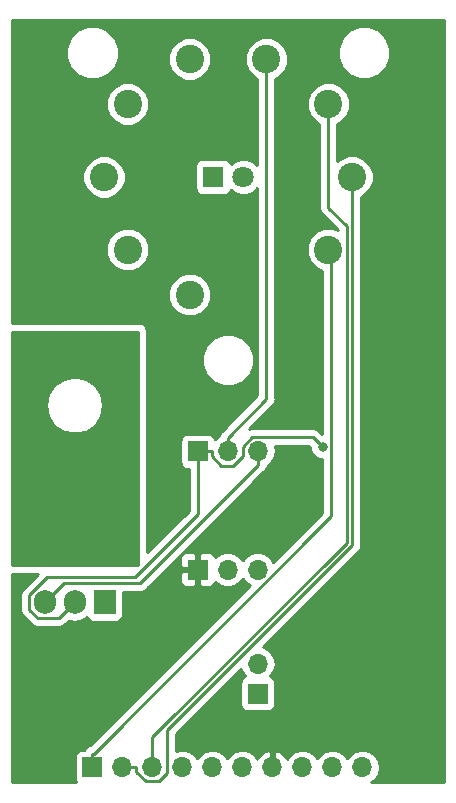
<source format=gbl>
G04 #@! TF.GenerationSoftware,KiCad,Pcbnew,(5.0.2)-1*
G04 #@! TF.CreationDate,2019-04-03T17:46:42+02:00*
G04 #@! TF.ProjectId,Corona_tubeBoard,436f726f-6e61-45f7-9475-6265426f6172,1*
G04 #@! TF.SameCoordinates,Original*
G04 #@! TF.FileFunction,Copper,L2,Bot*
G04 #@! TF.FilePolarity,Positive*
%FSLAX46Y46*%
G04 Gerber Fmt 4.6, Leading zero omitted, Abs format (unit mm)*
G04 Created by KiCad (PCBNEW (5.0.2)-1) date 3-4-2019 17:46:42*
%MOMM*%
%LPD*%
G01*
G04 APERTURE LIST*
G04 #@! TA.AperFunction,ComponentPad*
%ADD10O,1.905000X2.000000*%
G04 #@! TD*
G04 #@! TA.AperFunction,ComponentPad*
%ADD11R,1.905000X2.000000*%
G04 #@! TD*
G04 #@! TA.AperFunction,ComponentPad*
%ADD12C,2.397760*%
G04 #@! TD*
G04 #@! TA.AperFunction,ComponentPad*
%ADD13R,1.700000X1.700000*%
G04 #@! TD*
G04 #@! TA.AperFunction,ComponentPad*
%ADD14O,1.700000X1.700000*%
G04 #@! TD*
G04 #@! TA.AperFunction,ComponentPad*
%ADD15C,1.800000*%
G04 #@! TD*
G04 #@! TA.AperFunction,ComponentPad*
%ADD16R,1.800000X1.800000*%
G04 #@! TD*
G04 #@! TA.AperFunction,ViaPad*
%ADD17C,0.800000*%
G04 #@! TD*
G04 #@! TA.AperFunction,Conductor*
%ADD18C,0.250000*%
G04 #@! TD*
G04 #@! TA.AperFunction,Conductor*
%ADD19C,0.254000*%
G04 #@! TD*
G04 APERTURE END LIST*
D10*
G04 #@! TO.P,U4,3*
G04 #@! TO.N,/-6.3V.tb*
X3460000Y-50000000D03*
G04 #@! TO.P,U4,2*
G04 #@! TO.N,/-12V.tb*
X6000000Y-50000000D03*
D11*
G04 #@! TO.P,U4,1*
G04 #@! TO.N,Net-(RFBB1-Pad2)*
X8540000Y-50000000D03*
G04 #@! TD*
D12*
G04 #@! TO.P,SX1,1*
G04 #@! TO.N,/tube.1.tb*
X27493760Y-20169660D03*
G04 #@! TO.P,SX1,2*
G04 #@! TO.N,/tube.2.tb*
X29497820Y-14000000D03*
G04 #@! TO.P,SX1,3*
G04 #@! TO.N,/tube.3.tb*
X27493760Y-7830340D03*
G04 #@! TO.P,SX1,4*
G04 #@! TO.N,/tube.4.tb*
X22243580Y-4015260D03*
G04 #@! TO.P,SX1,5*
G04 #@! TO.N,Net-(J8-Pad2)*
X15756420Y-4015260D03*
G04 #@! TO.P,SX1,6*
G04 #@! TO.N,/tube.6.tb*
X10506240Y-7830340D03*
G04 #@! TO.P,SX1,7*
G04 #@! TO.N,/tube.7.tb*
X8502180Y-14000000D03*
G04 #@! TO.P,SX1,8*
G04 #@! TO.N,/tube.8.tb*
X10506240Y-20169660D03*
G04 #@! TO.P,SX1,9*
G04 #@! TO.N,N/C*
X15756420Y-23984740D03*
G04 #@! TD*
D13*
G04 #@! TO.P,J5,1*
G04 #@! TO.N,/tube.4.tb*
X21500000Y-57750000D03*
D14*
G04 #@! TO.P,J5,2*
G04 #@! TO.N,Net-(J5-Pad2)*
X21500000Y-55210000D03*
G04 #@! TD*
D15*
G04 #@! TO.P,D_TUBE1,2*
G04 #@! TO.N,Net-(D_TUBE1-Pad2)*
X20290000Y-14000000D03*
D16*
G04 #@! TO.P,D_TUBE1,1*
G04 #@! TO.N,Net-(D_TUBE1-Pad1)*
X17750000Y-14000000D03*
G04 #@! TD*
D13*
G04 #@! TO.P,J6,1*
G04 #@! TO.N,/-12V.tb*
X16420000Y-37250000D03*
D14*
G04 #@! TO.P,J6,2*
G04 #@! TO.N,/tube.4.tb*
X18960000Y-37250000D03*
G04 #@! TO.P,J6,3*
G04 #@! TO.N,/-6.3V.tb*
X21500000Y-37250000D03*
G04 #@! TD*
D13*
G04 #@! TO.P,J8,1*
G04 #@! TO.N,/gnd.tb*
X16420000Y-47250000D03*
D14*
G04 #@! TO.P,J8,2*
G04 #@! TO.N,Net-(J8-Pad2)*
X18960000Y-47250000D03*
G04 #@! TO.P,J8,3*
G04 #@! TO.N,Net-(J5-Pad2)*
X21500000Y-47250000D03*
G04 #@! TD*
D13*
G04 #@! TO.P,J10,1*
G04 #@! TO.N,/tube.1.tb*
X7500000Y-64000000D03*
D14*
G04 #@! TO.P,J10,2*
G04 #@! TO.N,/tube.2.tb*
X10040000Y-64000000D03*
G04 #@! TO.P,J10,3*
G04 #@! TO.N,/tube.3.tb*
X12580000Y-64000000D03*
G04 #@! TO.P,J10,4*
G04 #@! TO.N,/tube.6.tb*
X15120000Y-64000000D03*
G04 #@! TO.P,J10,5*
G04 #@! TO.N,/tube.7.tb*
X17660000Y-64000000D03*
G04 #@! TO.P,J10,6*
G04 #@! TO.N,/tube.8.tb*
X20200000Y-64000000D03*
G04 #@! TO.P,J10,7*
G04 #@! TO.N,/gnd.tb*
X22740000Y-64000000D03*
G04 #@! TO.P,J10,8*
G04 #@! TO.N,/-12V.tb*
X25280000Y-64000000D03*
G04 #@! TO.P,J10,9*
G04 #@! TO.N,/+12V.tb*
X27820000Y-64000000D03*
G04 #@! TO.P,J10,10*
G04 #@! TO.N,/audio.out.tb*
X30360000Y-64000000D03*
G04 #@! TD*
D17*
G04 #@! TO.N,/-12V.tb*
X27004400Y-36893500D03*
X6000000Y-45500000D03*
G04 #@! TO.N,/gnd.tb*
X34500000Y-34750000D03*
X30750000Y-36750000D03*
X10500000Y-57250000D03*
X36750000Y-1250000D03*
G04 #@! TD*
D18*
G04 #@! TO.N,/tube.4.tb*
X18960000Y-37250000D02*
X18960000Y-36074700D01*
X18960000Y-36074700D02*
X22243600Y-32791100D01*
X22243600Y-32791100D02*
X22243600Y-4015300D01*
G04 #@! TO.N,/-12V.tb*
X16420000Y-38425300D02*
X16420000Y-42578400D01*
X16420000Y-42578400D02*
X11093100Y-47905300D01*
X11093100Y-47905300D02*
X3679500Y-47905300D01*
X3679500Y-47905300D02*
X2180200Y-49404600D01*
X2180200Y-49404600D02*
X2180200Y-50638400D01*
X2180200Y-50638400D02*
X2884000Y-51342200D01*
X2884000Y-51342200D02*
X4657800Y-51342200D01*
X4657800Y-51342200D02*
X6000000Y-50000000D01*
X16420000Y-37250000D02*
X16420000Y-38425300D01*
X16420000Y-37250000D02*
X17595300Y-37250000D01*
X17595300Y-37250000D02*
X17595300Y-37617300D01*
X17595300Y-37617300D02*
X18438300Y-38460300D01*
X18438300Y-38460300D02*
X19423300Y-38460300D01*
X19423300Y-38460300D02*
X20230000Y-37653600D01*
X20230000Y-37653600D02*
X20230000Y-36829300D01*
X20230000Y-36829300D02*
X20995600Y-36063700D01*
X20995600Y-36063700D02*
X26174600Y-36063700D01*
X26174600Y-36063700D02*
X27004400Y-36893500D01*
G04 #@! TO.N,/-6.3V.tb*
X3460000Y-50000000D02*
X5104400Y-48355600D01*
X5104400Y-48355600D02*
X11569700Y-48355600D01*
X11569700Y-48355600D02*
X21500000Y-38425300D01*
X21500000Y-37250000D02*
X21500000Y-38425300D01*
G04 #@! TO.N,/tube.1.tb*
X7500000Y-62824700D02*
X7646900Y-62824700D01*
X7646900Y-62824700D02*
X27729700Y-42741900D01*
X27729700Y-42741900D02*
X27729700Y-20405600D01*
X27729700Y-20405600D02*
X27493800Y-20169700D01*
X7500000Y-64000000D02*
X7500000Y-62824700D01*
G04 #@! TO.N,/tube.2.tb*
X10040000Y-64000000D02*
X11215300Y-64000000D01*
X29497800Y-14000000D02*
X29497800Y-45167600D01*
X29497800Y-45167600D02*
X13850000Y-60815400D01*
X13850000Y-60815400D02*
X13850000Y-64463700D01*
X13850000Y-64463700D02*
X13138400Y-65175300D01*
X13138400Y-65175300D02*
X12023200Y-65175300D01*
X12023200Y-65175300D02*
X11215300Y-64367400D01*
X11215300Y-64367400D02*
X11215300Y-64000000D01*
G04 #@! TO.N,/tube.3.tb*
X12580000Y-64000000D02*
X12580000Y-61448500D01*
X12580000Y-61448500D02*
X29047400Y-44981100D01*
X29047400Y-44981100D02*
X29047400Y-18158700D01*
X29047400Y-18158700D02*
X27493800Y-16605100D01*
X27493800Y-16605100D02*
X27493800Y-7830300D01*
G04 #@! TD*
D19*
G04 #@! TO.N,/gnd.tb*
G36*
X25969400Y-36933302D02*
X25969400Y-37099374D01*
X26126969Y-37479780D01*
X26418120Y-37770931D01*
X26798526Y-37928500D01*
X26969700Y-37928500D01*
X26969700Y-42427098D01*
X22829696Y-46567102D01*
X22570625Y-46179375D01*
X22079418Y-45851161D01*
X21646256Y-45765000D01*
X21353744Y-45765000D01*
X20920582Y-45851161D01*
X20429375Y-46179375D01*
X20230000Y-46477761D01*
X20030625Y-46179375D01*
X19539418Y-45851161D01*
X19106256Y-45765000D01*
X18813744Y-45765000D01*
X18380582Y-45851161D01*
X17889375Y-46179375D01*
X17874904Y-46201033D01*
X17808327Y-46040302D01*
X17629699Y-45861673D01*
X17396310Y-45765000D01*
X16705750Y-45765000D01*
X16547000Y-45923750D01*
X16547000Y-47123000D01*
X16567000Y-47123000D01*
X16567000Y-47377000D01*
X16547000Y-47377000D01*
X16547000Y-48576250D01*
X16705750Y-48735000D01*
X17396310Y-48735000D01*
X17629699Y-48638327D01*
X17808327Y-48459698D01*
X17874904Y-48298967D01*
X17889375Y-48320625D01*
X18380582Y-48648839D01*
X18813744Y-48735000D01*
X19106256Y-48735000D01*
X19539418Y-48648839D01*
X20030625Y-48320625D01*
X20230000Y-48022239D01*
X20429375Y-48320625D01*
X20817102Y-48579696D01*
X7308995Y-62087804D01*
X7203463Y-62108796D01*
X6952071Y-62276771D01*
X6801203Y-62502560D01*
X6650000Y-62502560D01*
X6402235Y-62551843D01*
X6192191Y-62692191D01*
X6051843Y-62902235D01*
X6002560Y-63150000D01*
X6002560Y-64850000D01*
X6051843Y-65097765D01*
X6163587Y-65265000D01*
X735000Y-65265000D01*
X735000Y-47635000D01*
X2874997Y-47635000D01*
X1695730Y-48814269D01*
X1632271Y-48856671D01*
X1464296Y-49108064D01*
X1420200Y-49329749D01*
X1420200Y-49329753D01*
X1405312Y-49404600D01*
X1420200Y-49479447D01*
X1420201Y-50563549D01*
X1405312Y-50638400D01*
X1420201Y-50713252D01*
X1464297Y-50934937D01*
X1632272Y-51186329D01*
X1695728Y-51228729D01*
X2293671Y-51826673D01*
X2336071Y-51890129D01*
X2587463Y-52058104D01*
X2809148Y-52102200D01*
X2809152Y-52102200D01*
X2884000Y-52117088D01*
X2958848Y-52102200D01*
X4582953Y-52102200D01*
X4657800Y-52117088D01*
X4732647Y-52102200D01*
X4732652Y-52102200D01*
X4954337Y-52058104D01*
X5205729Y-51890129D01*
X5248131Y-51826670D01*
X5506805Y-51567997D01*
X6000000Y-51666100D01*
X6619410Y-51542891D01*
X7011491Y-51280912D01*
X7129691Y-51457809D01*
X7339735Y-51598157D01*
X7587500Y-51647440D01*
X9492500Y-51647440D01*
X9740265Y-51598157D01*
X9950309Y-51457809D01*
X10090657Y-51247765D01*
X10139940Y-51000000D01*
X10139940Y-49115600D01*
X11494853Y-49115600D01*
X11569700Y-49130488D01*
X11644547Y-49115600D01*
X11644552Y-49115600D01*
X11866237Y-49071504D01*
X12117629Y-48903529D01*
X12160031Y-48840070D01*
X13464351Y-47535750D01*
X14935000Y-47535750D01*
X14935000Y-48226309D01*
X15031673Y-48459698D01*
X15210301Y-48638327D01*
X15443690Y-48735000D01*
X16134250Y-48735000D01*
X16293000Y-48576250D01*
X16293000Y-47377000D01*
X15093750Y-47377000D01*
X14935000Y-47535750D01*
X13464351Y-47535750D01*
X14726410Y-46273691D01*
X14935000Y-46273691D01*
X14935000Y-46964250D01*
X15093750Y-47123000D01*
X16293000Y-47123000D01*
X16293000Y-45923750D01*
X16134250Y-45765000D01*
X15443690Y-45765000D01*
X15210301Y-45861673D01*
X15031673Y-46040302D01*
X14935000Y-46273691D01*
X14726410Y-46273691D01*
X21984473Y-39015629D01*
X22047929Y-38973229D01*
X22215904Y-38721837D01*
X22253571Y-38532474D01*
X22570625Y-38320625D01*
X22898839Y-37829418D01*
X23014092Y-37250000D01*
X22929296Y-36823700D01*
X25859798Y-36823700D01*
X25969400Y-36933302D01*
X25969400Y-36933302D01*
G37*
X25969400Y-36933302D02*
X25969400Y-37099374D01*
X26126969Y-37479780D01*
X26418120Y-37770931D01*
X26798526Y-37928500D01*
X26969700Y-37928500D01*
X26969700Y-42427098D01*
X22829696Y-46567102D01*
X22570625Y-46179375D01*
X22079418Y-45851161D01*
X21646256Y-45765000D01*
X21353744Y-45765000D01*
X20920582Y-45851161D01*
X20429375Y-46179375D01*
X20230000Y-46477761D01*
X20030625Y-46179375D01*
X19539418Y-45851161D01*
X19106256Y-45765000D01*
X18813744Y-45765000D01*
X18380582Y-45851161D01*
X17889375Y-46179375D01*
X17874904Y-46201033D01*
X17808327Y-46040302D01*
X17629699Y-45861673D01*
X17396310Y-45765000D01*
X16705750Y-45765000D01*
X16547000Y-45923750D01*
X16547000Y-47123000D01*
X16567000Y-47123000D01*
X16567000Y-47377000D01*
X16547000Y-47377000D01*
X16547000Y-48576250D01*
X16705750Y-48735000D01*
X17396310Y-48735000D01*
X17629699Y-48638327D01*
X17808327Y-48459698D01*
X17874904Y-48298967D01*
X17889375Y-48320625D01*
X18380582Y-48648839D01*
X18813744Y-48735000D01*
X19106256Y-48735000D01*
X19539418Y-48648839D01*
X20030625Y-48320625D01*
X20230000Y-48022239D01*
X20429375Y-48320625D01*
X20817102Y-48579696D01*
X7308995Y-62087804D01*
X7203463Y-62108796D01*
X6952071Y-62276771D01*
X6801203Y-62502560D01*
X6650000Y-62502560D01*
X6402235Y-62551843D01*
X6192191Y-62692191D01*
X6051843Y-62902235D01*
X6002560Y-63150000D01*
X6002560Y-64850000D01*
X6051843Y-65097765D01*
X6163587Y-65265000D01*
X735000Y-65265000D01*
X735000Y-47635000D01*
X2874997Y-47635000D01*
X1695730Y-48814269D01*
X1632271Y-48856671D01*
X1464296Y-49108064D01*
X1420200Y-49329749D01*
X1420200Y-49329753D01*
X1405312Y-49404600D01*
X1420200Y-49479447D01*
X1420201Y-50563549D01*
X1405312Y-50638400D01*
X1420201Y-50713252D01*
X1464297Y-50934937D01*
X1632272Y-51186329D01*
X1695728Y-51228729D01*
X2293671Y-51826673D01*
X2336071Y-51890129D01*
X2587463Y-52058104D01*
X2809148Y-52102200D01*
X2809152Y-52102200D01*
X2884000Y-52117088D01*
X2958848Y-52102200D01*
X4582953Y-52102200D01*
X4657800Y-52117088D01*
X4732647Y-52102200D01*
X4732652Y-52102200D01*
X4954337Y-52058104D01*
X5205729Y-51890129D01*
X5248131Y-51826670D01*
X5506805Y-51567997D01*
X6000000Y-51666100D01*
X6619410Y-51542891D01*
X7011491Y-51280912D01*
X7129691Y-51457809D01*
X7339735Y-51598157D01*
X7587500Y-51647440D01*
X9492500Y-51647440D01*
X9740265Y-51598157D01*
X9950309Y-51457809D01*
X10090657Y-51247765D01*
X10139940Y-51000000D01*
X10139940Y-49115600D01*
X11494853Y-49115600D01*
X11569700Y-49130488D01*
X11644547Y-49115600D01*
X11644552Y-49115600D01*
X11866237Y-49071504D01*
X12117629Y-48903529D01*
X12160031Y-48840070D01*
X13464351Y-47535750D01*
X14935000Y-47535750D01*
X14935000Y-48226309D01*
X15031673Y-48459698D01*
X15210301Y-48638327D01*
X15443690Y-48735000D01*
X16134250Y-48735000D01*
X16293000Y-48576250D01*
X16293000Y-47377000D01*
X15093750Y-47377000D01*
X14935000Y-47535750D01*
X13464351Y-47535750D01*
X14726410Y-46273691D01*
X14935000Y-46273691D01*
X14935000Y-46964250D01*
X15093750Y-47123000D01*
X16293000Y-47123000D01*
X16293000Y-45923750D01*
X16134250Y-45765000D01*
X15443690Y-45765000D01*
X15210301Y-45861673D01*
X15031673Y-46040302D01*
X14935000Y-46273691D01*
X14726410Y-46273691D01*
X21984473Y-39015629D01*
X22047929Y-38973229D01*
X22215904Y-38721837D01*
X22253571Y-38532474D01*
X22570625Y-38320625D01*
X22898839Y-37829418D01*
X23014092Y-37250000D01*
X22929296Y-36823700D01*
X25859798Y-36823700D01*
X25969400Y-36933302D01*
G36*
X37265001Y-65265000D02*
X31139722Y-65265000D01*
X31430625Y-65070625D01*
X31758839Y-64579418D01*
X31874092Y-64000000D01*
X31758839Y-63420582D01*
X31430625Y-62929375D01*
X30939418Y-62601161D01*
X30506256Y-62515000D01*
X30213744Y-62515000D01*
X29780582Y-62601161D01*
X29289375Y-62929375D01*
X29090000Y-63227761D01*
X28890625Y-62929375D01*
X28399418Y-62601161D01*
X27966256Y-62515000D01*
X27673744Y-62515000D01*
X27240582Y-62601161D01*
X26749375Y-62929375D01*
X26550000Y-63227761D01*
X26350625Y-62929375D01*
X25859418Y-62601161D01*
X25426256Y-62515000D01*
X25133744Y-62515000D01*
X24700582Y-62601161D01*
X24209375Y-62929375D01*
X23996157Y-63248478D01*
X23935183Y-63118642D01*
X23506924Y-62728355D01*
X23096890Y-62558524D01*
X22867000Y-62679845D01*
X22867000Y-63873000D01*
X22887000Y-63873000D01*
X22887000Y-64127000D01*
X22867000Y-64127000D01*
X22867000Y-64147000D01*
X22613000Y-64147000D01*
X22613000Y-64127000D01*
X22593000Y-64127000D01*
X22593000Y-63873000D01*
X22613000Y-63873000D01*
X22613000Y-62679845D01*
X22383110Y-62558524D01*
X21973076Y-62728355D01*
X21544817Y-63118642D01*
X21483843Y-63248478D01*
X21270625Y-62929375D01*
X20779418Y-62601161D01*
X20346256Y-62515000D01*
X20053744Y-62515000D01*
X19620582Y-62601161D01*
X19129375Y-62929375D01*
X18930000Y-63227761D01*
X18730625Y-62929375D01*
X18239418Y-62601161D01*
X17806256Y-62515000D01*
X17513744Y-62515000D01*
X17080582Y-62601161D01*
X16589375Y-62929375D01*
X16390000Y-63227761D01*
X16190625Y-62929375D01*
X15699418Y-62601161D01*
X15266256Y-62515000D01*
X14973744Y-62515000D01*
X14610000Y-62587353D01*
X14610000Y-61130201D01*
X20076212Y-55663990D01*
X20101161Y-55789418D01*
X20429375Y-56280625D01*
X20447619Y-56292816D01*
X20402235Y-56301843D01*
X20192191Y-56442191D01*
X20051843Y-56652235D01*
X20002560Y-56900000D01*
X20002560Y-58600000D01*
X20051843Y-58847765D01*
X20192191Y-59057809D01*
X20402235Y-59198157D01*
X20650000Y-59247440D01*
X22350000Y-59247440D01*
X22597765Y-59198157D01*
X22807809Y-59057809D01*
X22948157Y-58847765D01*
X22997440Y-58600000D01*
X22997440Y-56900000D01*
X22948157Y-56652235D01*
X22807809Y-56442191D01*
X22597765Y-56301843D01*
X22552381Y-56292816D01*
X22570625Y-56280625D01*
X22898839Y-55789418D01*
X23014092Y-55210000D01*
X22898839Y-54630582D01*
X22570625Y-54139375D01*
X22079418Y-53811161D01*
X21953990Y-53786212D01*
X29982273Y-45757929D01*
X30045729Y-45715529D01*
X30213704Y-45464137D01*
X30257800Y-45242452D01*
X30257800Y-45242447D01*
X30272688Y-45167600D01*
X30257800Y-45092753D01*
X30257800Y-15670184D01*
X30536630Y-15554689D01*
X31052509Y-15038810D01*
X31331700Y-14364781D01*
X31331700Y-13635219D01*
X31052509Y-12961190D01*
X30536630Y-12445311D01*
X29862601Y-12166120D01*
X29133039Y-12166120D01*
X28459010Y-12445311D01*
X28253800Y-12650521D01*
X28253800Y-9500499D01*
X28532570Y-9385029D01*
X29048449Y-8869150D01*
X29327640Y-8195121D01*
X29327640Y-7465559D01*
X29048449Y-6791530D01*
X28532570Y-6275651D01*
X27858541Y-5996460D01*
X27128979Y-5996460D01*
X26454950Y-6275651D01*
X25939071Y-6791530D01*
X25659880Y-7465559D01*
X25659880Y-8195121D01*
X25939071Y-8869150D01*
X26454950Y-9385029D01*
X26733801Y-9500532D01*
X26733800Y-16530253D01*
X26718912Y-16605100D01*
X26733800Y-16679947D01*
X26733800Y-16679951D01*
X26777896Y-16901636D01*
X26945871Y-17153029D01*
X27009330Y-17195431D01*
X28287401Y-18473503D01*
X28287401Y-18513419D01*
X27858541Y-18335780D01*
X27128979Y-18335780D01*
X26454950Y-18614971D01*
X25939071Y-19130850D01*
X25659880Y-19804879D01*
X25659880Y-20534441D01*
X25939071Y-21208470D01*
X26454950Y-21724349D01*
X26969701Y-21937565D01*
X26969700Y-35783999D01*
X26764931Y-35579229D01*
X26722529Y-35515771D01*
X26471137Y-35347796D01*
X26249452Y-35303700D01*
X26249447Y-35303700D01*
X26174600Y-35288812D01*
X26099753Y-35303700D01*
X21070447Y-35303700D01*
X20995600Y-35288812D01*
X20920753Y-35303700D01*
X20920748Y-35303700D01*
X20777260Y-35332242D01*
X22728073Y-33381429D01*
X22791529Y-33339029D01*
X22834524Y-33274682D01*
X22959504Y-33087638D01*
X22969080Y-33039495D01*
X23003600Y-32865952D01*
X23003600Y-32865948D01*
X23018488Y-32791100D01*
X23003600Y-32716252D01*
X23003600Y-5685427D01*
X23282390Y-5569949D01*
X23798269Y-5054070D01*
X24077460Y-4380041D01*
X24077460Y-3650479D01*
X23830984Y-3055431D01*
X28265000Y-3055431D01*
X28265000Y-3944569D01*
X28605259Y-4766026D01*
X29233974Y-5394741D01*
X30055431Y-5735000D01*
X30944569Y-5735000D01*
X31766026Y-5394741D01*
X32394741Y-4766026D01*
X32735000Y-3944569D01*
X32735000Y-3055431D01*
X32394741Y-2233974D01*
X31766026Y-1605259D01*
X30944569Y-1265000D01*
X30055431Y-1265000D01*
X29233974Y-1605259D01*
X28605259Y-2233974D01*
X28265000Y-3055431D01*
X23830984Y-3055431D01*
X23798269Y-2976450D01*
X23282390Y-2460571D01*
X22608361Y-2181380D01*
X21878799Y-2181380D01*
X21204770Y-2460571D01*
X20688891Y-2976450D01*
X20409700Y-3650479D01*
X20409700Y-4380041D01*
X20688891Y-5054070D01*
X21204770Y-5569949D01*
X21483601Y-5685444D01*
X21483601Y-13022784D01*
X21159507Y-12698690D01*
X20595330Y-12465000D01*
X19984670Y-12465000D01*
X19420493Y-12698690D01*
X19251275Y-12867908D01*
X19248157Y-12852235D01*
X19107809Y-12642191D01*
X18897765Y-12501843D01*
X18650000Y-12452560D01*
X16850000Y-12452560D01*
X16602235Y-12501843D01*
X16392191Y-12642191D01*
X16251843Y-12852235D01*
X16202560Y-13100000D01*
X16202560Y-14900000D01*
X16251843Y-15147765D01*
X16392191Y-15357809D01*
X16602235Y-15498157D01*
X16850000Y-15547440D01*
X18650000Y-15547440D01*
X18897765Y-15498157D01*
X19107809Y-15357809D01*
X19248157Y-15147765D01*
X19251275Y-15132092D01*
X19420493Y-15301310D01*
X19984670Y-15535000D01*
X20595330Y-15535000D01*
X21159507Y-15301310D01*
X21483601Y-14977216D01*
X21483600Y-32476298D01*
X18475528Y-35484371D01*
X18412072Y-35526771D01*
X18369672Y-35590227D01*
X18369671Y-35590228D01*
X18244097Y-35778163D01*
X18206430Y-35967525D01*
X17889375Y-36179375D01*
X17877184Y-36197619D01*
X17868157Y-36152235D01*
X17727809Y-35942191D01*
X17517765Y-35801843D01*
X17270000Y-35752560D01*
X15570000Y-35752560D01*
X15322235Y-35801843D01*
X15112191Y-35942191D01*
X14971843Y-36152235D01*
X14922560Y-36400000D01*
X14922560Y-38100000D01*
X14971843Y-38347765D01*
X15112191Y-38557809D01*
X15322235Y-38698157D01*
X15570000Y-38747440D01*
X15660000Y-38747440D01*
X15660001Y-42263597D01*
X12135000Y-45788599D01*
X12135000Y-29055431D01*
X16765000Y-29055431D01*
X16765000Y-29944569D01*
X17105259Y-30766026D01*
X17733974Y-31394741D01*
X18555431Y-31735000D01*
X19444569Y-31735000D01*
X20266026Y-31394741D01*
X20894741Y-30766026D01*
X21235000Y-29944569D01*
X21235000Y-29055431D01*
X20894741Y-28233974D01*
X20266026Y-27605259D01*
X19444569Y-27265000D01*
X18555431Y-27265000D01*
X17733974Y-27605259D01*
X17105259Y-28233974D01*
X16765000Y-29055431D01*
X12135000Y-29055431D01*
X12135000Y-27000000D01*
X12086664Y-26756996D01*
X11949013Y-26550987D01*
X11743004Y-26413336D01*
X11500000Y-26365000D01*
X735000Y-26365000D01*
X735000Y-23619959D01*
X13922540Y-23619959D01*
X13922540Y-24349521D01*
X14201731Y-25023550D01*
X14717610Y-25539429D01*
X15391639Y-25818620D01*
X16121201Y-25818620D01*
X16795230Y-25539429D01*
X17311109Y-25023550D01*
X17590300Y-24349521D01*
X17590300Y-23619959D01*
X17311109Y-22945930D01*
X16795230Y-22430051D01*
X16121201Y-22150860D01*
X15391639Y-22150860D01*
X14717610Y-22430051D01*
X14201731Y-22945930D01*
X13922540Y-23619959D01*
X735000Y-23619959D01*
X735000Y-19804879D01*
X8672360Y-19804879D01*
X8672360Y-20534441D01*
X8951551Y-21208470D01*
X9467430Y-21724349D01*
X10141459Y-22003540D01*
X10871021Y-22003540D01*
X11545050Y-21724349D01*
X12060929Y-21208470D01*
X12340120Y-20534441D01*
X12340120Y-19804879D01*
X12060929Y-19130850D01*
X11545050Y-18614971D01*
X10871021Y-18335780D01*
X10141459Y-18335780D01*
X9467430Y-18614971D01*
X8951551Y-19130850D01*
X8672360Y-19804879D01*
X735000Y-19804879D01*
X735000Y-13635219D01*
X6668300Y-13635219D01*
X6668300Y-14364781D01*
X6947491Y-15038810D01*
X7463370Y-15554689D01*
X8137399Y-15833880D01*
X8866961Y-15833880D01*
X9540990Y-15554689D01*
X10056869Y-15038810D01*
X10336060Y-14364781D01*
X10336060Y-13635219D01*
X10056869Y-12961190D01*
X9540990Y-12445311D01*
X8866961Y-12166120D01*
X8137399Y-12166120D01*
X7463370Y-12445311D01*
X6947491Y-12961190D01*
X6668300Y-13635219D01*
X735000Y-13635219D01*
X735000Y-7465559D01*
X8672360Y-7465559D01*
X8672360Y-8195121D01*
X8951551Y-8869150D01*
X9467430Y-9385029D01*
X10141459Y-9664220D01*
X10871021Y-9664220D01*
X11545050Y-9385029D01*
X12060929Y-8869150D01*
X12340120Y-8195121D01*
X12340120Y-7465559D01*
X12060929Y-6791530D01*
X11545050Y-6275651D01*
X10871021Y-5996460D01*
X10141459Y-5996460D01*
X9467430Y-6275651D01*
X8951551Y-6791530D01*
X8672360Y-7465559D01*
X735000Y-7465559D01*
X735000Y-3055431D01*
X5265000Y-3055431D01*
X5265000Y-3944569D01*
X5605259Y-4766026D01*
X6233974Y-5394741D01*
X7055431Y-5735000D01*
X7944569Y-5735000D01*
X8766026Y-5394741D01*
X9394741Y-4766026D01*
X9735000Y-3944569D01*
X9735000Y-3650479D01*
X13922540Y-3650479D01*
X13922540Y-4380041D01*
X14201731Y-5054070D01*
X14717610Y-5569949D01*
X15391639Y-5849140D01*
X16121201Y-5849140D01*
X16795230Y-5569949D01*
X17311109Y-5054070D01*
X17590300Y-4380041D01*
X17590300Y-3650479D01*
X17311109Y-2976450D01*
X16795230Y-2460571D01*
X16121201Y-2181380D01*
X15391639Y-2181380D01*
X14717610Y-2460571D01*
X14201731Y-2976450D01*
X13922540Y-3650479D01*
X9735000Y-3650479D01*
X9735000Y-3055431D01*
X9394741Y-2233974D01*
X8766026Y-1605259D01*
X7944569Y-1265000D01*
X7055431Y-1265000D01*
X6233974Y-1605259D01*
X5605259Y-2233974D01*
X5265000Y-3055431D01*
X735000Y-3055431D01*
X735000Y-735000D01*
X37265000Y-735000D01*
X37265001Y-65265000D01*
X37265001Y-65265000D01*
G37*
X37265001Y-65265000D02*
X31139722Y-65265000D01*
X31430625Y-65070625D01*
X31758839Y-64579418D01*
X31874092Y-64000000D01*
X31758839Y-63420582D01*
X31430625Y-62929375D01*
X30939418Y-62601161D01*
X30506256Y-62515000D01*
X30213744Y-62515000D01*
X29780582Y-62601161D01*
X29289375Y-62929375D01*
X29090000Y-63227761D01*
X28890625Y-62929375D01*
X28399418Y-62601161D01*
X27966256Y-62515000D01*
X27673744Y-62515000D01*
X27240582Y-62601161D01*
X26749375Y-62929375D01*
X26550000Y-63227761D01*
X26350625Y-62929375D01*
X25859418Y-62601161D01*
X25426256Y-62515000D01*
X25133744Y-62515000D01*
X24700582Y-62601161D01*
X24209375Y-62929375D01*
X23996157Y-63248478D01*
X23935183Y-63118642D01*
X23506924Y-62728355D01*
X23096890Y-62558524D01*
X22867000Y-62679845D01*
X22867000Y-63873000D01*
X22887000Y-63873000D01*
X22887000Y-64127000D01*
X22867000Y-64127000D01*
X22867000Y-64147000D01*
X22613000Y-64147000D01*
X22613000Y-64127000D01*
X22593000Y-64127000D01*
X22593000Y-63873000D01*
X22613000Y-63873000D01*
X22613000Y-62679845D01*
X22383110Y-62558524D01*
X21973076Y-62728355D01*
X21544817Y-63118642D01*
X21483843Y-63248478D01*
X21270625Y-62929375D01*
X20779418Y-62601161D01*
X20346256Y-62515000D01*
X20053744Y-62515000D01*
X19620582Y-62601161D01*
X19129375Y-62929375D01*
X18930000Y-63227761D01*
X18730625Y-62929375D01*
X18239418Y-62601161D01*
X17806256Y-62515000D01*
X17513744Y-62515000D01*
X17080582Y-62601161D01*
X16589375Y-62929375D01*
X16390000Y-63227761D01*
X16190625Y-62929375D01*
X15699418Y-62601161D01*
X15266256Y-62515000D01*
X14973744Y-62515000D01*
X14610000Y-62587353D01*
X14610000Y-61130201D01*
X20076212Y-55663990D01*
X20101161Y-55789418D01*
X20429375Y-56280625D01*
X20447619Y-56292816D01*
X20402235Y-56301843D01*
X20192191Y-56442191D01*
X20051843Y-56652235D01*
X20002560Y-56900000D01*
X20002560Y-58600000D01*
X20051843Y-58847765D01*
X20192191Y-59057809D01*
X20402235Y-59198157D01*
X20650000Y-59247440D01*
X22350000Y-59247440D01*
X22597765Y-59198157D01*
X22807809Y-59057809D01*
X22948157Y-58847765D01*
X22997440Y-58600000D01*
X22997440Y-56900000D01*
X22948157Y-56652235D01*
X22807809Y-56442191D01*
X22597765Y-56301843D01*
X22552381Y-56292816D01*
X22570625Y-56280625D01*
X22898839Y-55789418D01*
X23014092Y-55210000D01*
X22898839Y-54630582D01*
X22570625Y-54139375D01*
X22079418Y-53811161D01*
X21953990Y-53786212D01*
X29982273Y-45757929D01*
X30045729Y-45715529D01*
X30213704Y-45464137D01*
X30257800Y-45242452D01*
X30257800Y-45242447D01*
X30272688Y-45167600D01*
X30257800Y-45092753D01*
X30257800Y-15670184D01*
X30536630Y-15554689D01*
X31052509Y-15038810D01*
X31331700Y-14364781D01*
X31331700Y-13635219D01*
X31052509Y-12961190D01*
X30536630Y-12445311D01*
X29862601Y-12166120D01*
X29133039Y-12166120D01*
X28459010Y-12445311D01*
X28253800Y-12650521D01*
X28253800Y-9500499D01*
X28532570Y-9385029D01*
X29048449Y-8869150D01*
X29327640Y-8195121D01*
X29327640Y-7465559D01*
X29048449Y-6791530D01*
X28532570Y-6275651D01*
X27858541Y-5996460D01*
X27128979Y-5996460D01*
X26454950Y-6275651D01*
X25939071Y-6791530D01*
X25659880Y-7465559D01*
X25659880Y-8195121D01*
X25939071Y-8869150D01*
X26454950Y-9385029D01*
X26733801Y-9500532D01*
X26733800Y-16530253D01*
X26718912Y-16605100D01*
X26733800Y-16679947D01*
X26733800Y-16679951D01*
X26777896Y-16901636D01*
X26945871Y-17153029D01*
X27009330Y-17195431D01*
X28287401Y-18473503D01*
X28287401Y-18513419D01*
X27858541Y-18335780D01*
X27128979Y-18335780D01*
X26454950Y-18614971D01*
X25939071Y-19130850D01*
X25659880Y-19804879D01*
X25659880Y-20534441D01*
X25939071Y-21208470D01*
X26454950Y-21724349D01*
X26969701Y-21937565D01*
X26969700Y-35783999D01*
X26764931Y-35579229D01*
X26722529Y-35515771D01*
X26471137Y-35347796D01*
X26249452Y-35303700D01*
X26249447Y-35303700D01*
X26174600Y-35288812D01*
X26099753Y-35303700D01*
X21070447Y-35303700D01*
X20995600Y-35288812D01*
X20920753Y-35303700D01*
X20920748Y-35303700D01*
X20777260Y-35332242D01*
X22728073Y-33381429D01*
X22791529Y-33339029D01*
X22834524Y-33274682D01*
X22959504Y-33087638D01*
X22969080Y-33039495D01*
X23003600Y-32865952D01*
X23003600Y-32865948D01*
X23018488Y-32791100D01*
X23003600Y-32716252D01*
X23003600Y-5685427D01*
X23282390Y-5569949D01*
X23798269Y-5054070D01*
X24077460Y-4380041D01*
X24077460Y-3650479D01*
X23830984Y-3055431D01*
X28265000Y-3055431D01*
X28265000Y-3944569D01*
X28605259Y-4766026D01*
X29233974Y-5394741D01*
X30055431Y-5735000D01*
X30944569Y-5735000D01*
X31766026Y-5394741D01*
X32394741Y-4766026D01*
X32735000Y-3944569D01*
X32735000Y-3055431D01*
X32394741Y-2233974D01*
X31766026Y-1605259D01*
X30944569Y-1265000D01*
X30055431Y-1265000D01*
X29233974Y-1605259D01*
X28605259Y-2233974D01*
X28265000Y-3055431D01*
X23830984Y-3055431D01*
X23798269Y-2976450D01*
X23282390Y-2460571D01*
X22608361Y-2181380D01*
X21878799Y-2181380D01*
X21204770Y-2460571D01*
X20688891Y-2976450D01*
X20409700Y-3650479D01*
X20409700Y-4380041D01*
X20688891Y-5054070D01*
X21204770Y-5569949D01*
X21483601Y-5685444D01*
X21483601Y-13022784D01*
X21159507Y-12698690D01*
X20595330Y-12465000D01*
X19984670Y-12465000D01*
X19420493Y-12698690D01*
X19251275Y-12867908D01*
X19248157Y-12852235D01*
X19107809Y-12642191D01*
X18897765Y-12501843D01*
X18650000Y-12452560D01*
X16850000Y-12452560D01*
X16602235Y-12501843D01*
X16392191Y-12642191D01*
X16251843Y-12852235D01*
X16202560Y-13100000D01*
X16202560Y-14900000D01*
X16251843Y-15147765D01*
X16392191Y-15357809D01*
X16602235Y-15498157D01*
X16850000Y-15547440D01*
X18650000Y-15547440D01*
X18897765Y-15498157D01*
X19107809Y-15357809D01*
X19248157Y-15147765D01*
X19251275Y-15132092D01*
X19420493Y-15301310D01*
X19984670Y-15535000D01*
X20595330Y-15535000D01*
X21159507Y-15301310D01*
X21483601Y-14977216D01*
X21483600Y-32476298D01*
X18475528Y-35484371D01*
X18412072Y-35526771D01*
X18369672Y-35590227D01*
X18369671Y-35590228D01*
X18244097Y-35778163D01*
X18206430Y-35967525D01*
X17889375Y-36179375D01*
X17877184Y-36197619D01*
X17868157Y-36152235D01*
X17727809Y-35942191D01*
X17517765Y-35801843D01*
X17270000Y-35752560D01*
X15570000Y-35752560D01*
X15322235Y-35801843D01*
X15112191Y-35942191D01*
X14971843Y-36152235D01*
X14922560Y-36400000D01*
X14922560Y-38100000D01*
X14971843Y-38347765D01*
X15112191Y-38557809D01*
X15322235Y-38698157D01*
X15570000Y-38747440D01*
X15660000Y-38747440D01*
X15660001Y-42263597D01*
X12135000Y-45788599D01*
X12135000Y-29055431D01*
X16765000Y-29055431D01*
X16765000Y-29944569D01*
X17105259Y-30766026D01*
X17733974Y-31394741D01*
X18555431Y-31735000D01*
X19444569Y-31735000D01*
X20266026Y-31394741D01*
X20894741Y-30766026D01*
X21235000Y-29944569D01*
X21235000Y-29055431D01*
X20894741Y-28233974D01*
X20266026Y-27605259D01*
X19444569Y-27265000D01*
X18555431Y-27265000D01*
X17733974Y-27605259D01*
X17105259Y-28233974D01*
X16765000Y-29055431D01*
X12135000Y-29055431D01*
X12135000Y-27000000D01*
X12086664Y-26756996D01*
X11949013Y-26550987D01*
X11743004Y-26413336D01*
X11500000Y-26365000D01*
X735000Y-26365000D01*
X735000Y-23619959D01*
X13922540Y-23619959D01*
X13922540Y-24349521D01*
X14201731Y-25023550D01*
X14717610Y-25539429D01*
X15391639Y-25818620D01*
X16121201Y-25818620D01*
X16795230Y-25539429D01*
X17311109Y-25023550D01*
X17590300Y-24349521D01*
X17590300Y-23619959D01*
X17311109Y-22945930D01*
X16795230Y-22430051D01*
X16121201Y-22150860D01*
X15391639Y-22150860D01*
X14717610Y-22430051D01*
X14201731Y-22945930D01*
X13922540Y-23619959D01*
X735000Y-23619959D01*
X735000Y-19804879D01*
X8672360Y-19804879D01*
X8672360Y-20534441D01*
X8951551Y-21208470D01*
X9467430Y-21724349D01*
X10141459Y-22003540D01*
X10871021Y-22003540D01*
X11545050Y-21724349D01*
X12060929Y-21208470D01*
X12340120Y-20534441D01*
X12340120Y-19804879D01*
X12060929Y-19130850D01*
X11545050Y-18614971D01*
X10871021Y-18335780D01*
X10141459Y-18335780D01*
X9467430Y-18614971D01*
X8951551Y-19130850D01*
X8672360Y-19804879D01*
X735000Y-19804879D01*
X735000Y-13635219D01*
X6668300Y-13635219D01*
X6668300Y-14364781D01*
X6947491Y-15038810D01*
X7463370Y-15554689D01*
X8137399Y-15833880D01*
X8866961Y-15833880D01*
X9540990Y-15554689D01*
X10056869Y-15038810D01*
X10336060Y-14364781D01*
X10336060Y-13635219D01*
X10056869Y-12961190D01*
X9540990Y-12445311D01*
X8866961Y-12166120D01*
X8137399Y-12166120D01*
X7463370Y-12445311D01*
X6947491Y-12961190D01*
X6668300Y-13635219D01*
X735000Y-13635219D01*
X735000Y-7465559D01*
X8672360Y-7465559D01*
X8672360Y-8195121D01*
X8951551Y-8869150D01*
X9467430Y-9385029D01*
X10141459Y-9664220D01*
X10871021Y-9664220D01*
X11545050Y-9385029D01*
X12060929Y-8869150D01*
X12340120Y-8195121D01*
X12340120Y-7465559D01*
X12060929Y-6791530D01*
X11545050Y-6275651D01*
X10871021Y-5996460D01*
X10141459Y-5996460D01*
X9467430Y-6275651D01*
X8951551Y-6791530D01*
X8672360Y-7465559D01*
X735000Y-7465559D01*
X735000Y-3055431D01*
X5265000Y-3055431D01*
X5265000Y-3944569D01*
X5605259Y-4766026D01*
X6233974Y-5394741D01*
X7055431Y-5735000D01*
X7944569Y-5735000D01*
X8766026Y-5394741D01*
X9394741Y-4766026D01*
X9735000Y-3944569D01*
X9735000Y-3650479D01*
X13922540Y-3650479D01*
X13922540Y-4380041D01*
X14201731Y-5054070D01*
X14717610Y-5569949D01*
X15391639Y-5849140D01*
X16121201Y-5849140D01*
X16795230Y-5569949D01*
X17311109Y-5054070D01*
X17590300Y-4380041D01*
X17590300Y-3650479D01*
X17311109Y-2976450D01*
X16795230Y-2460571D01*
X16121201Y-2181380D01*
X15391639Y-2181380D01*
X14717610Y-2460571D01*
X14201731Y-2976450D01*
X13922540Y-3650479D01*
X9735000Y-3650479D01*
X9735000Y-3055431D01*
X9394741Y-2233974D01*
X8766026Y-1605259D01*
X7944569Y-1265000D01*
X7055431Y-1265000D01*
X6233974Y-1605259D01*
X5605259Y-2233974D01*
X5265000Y-3055431D01*
X735000Y-3055431D01*
X735000Y-735000D01*
X37265000Y-735000D01*
X37265001Y-65265000D01*
G04 #@! TO.N,/-12V.tb*
G36*
X11373000Y-46873000D02*
X735000Y-46873000D01*
X735000Y-33340000D01*
X3568276Y-33340000D01*
X3753380Y-34270580D01*
X4280511Y-35059489D01*
X5069420Y-35586620D01*
X5765103Y-35725000D01*
X6234897Y-35725000D01*
X6930580Y-35586620D01*
X7719489Y-35059489D01*
X8246620Y-34270580D01*
X8431724Y-33340000D01*
X8246620Y-32409420D01*
X7719489Y-31620511D01*
X6930580Y-31093380D01*
X6234897Y-30955000D01*
X5765103Y-30955000D01*
X5069420Y-31093380D01*
X4280511Y-31620511D01*
X3753380Y-32409420D01*
X3568276Y-33340000D01*
X735000Y-33340000D01*
X735000Y-27127000D01*
X11373000Y-27127000D01*
X11373000Y-46873000D01*
X11373000Y-46873000D01*
G37*
X11373000Y-46873000D02*
X735000Y-46873000D01*
X735000Y-33340000D01*
X3568276Y-33340000D01*
X3753380Y-34270580D01*
X4280511Y-35059489D01*
X5069420Y-35586620D01*
X5765103Y-35725000D01*
X6234897Y-35725000D01*
X6930580Y-35586620D01*
X7719489Y-35059489D01*
X8246620Y-34270580D01*
X8431724Y-33340000D01*
X8246620Y-32409420D01*
X7719489Y-31620511D01*
X6930580Y-31093380D01*
X6234897Y-30955000D01*
X5765103Y-30955000D01*
X5069420Y-31093380D01*
X4280511Y-31620511D01*
X3753380Y-32409420D01*
X3568276Y-33340000D01*
X735000Y-33340000D01*
X735000Y-27127000D01*
X11373000Y-27127000D01*
X11373000Y-46873000D01*
G04 #@! TD*
M02*

</source>
